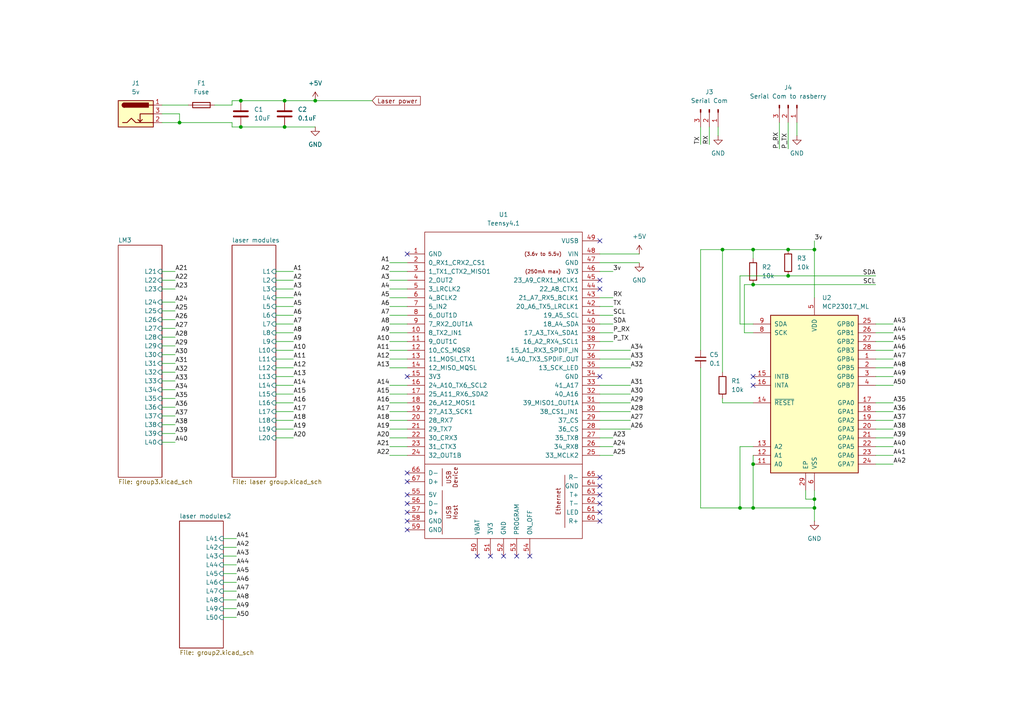
<source format=kicad_sch>
(kicad_sch (version 20250114) (generator "eeschema") (generator_version "9.0")
  (paper "A4")
  (lib_symbols
    (symbol "Connector:Barrel_Jack_Switch" (pin_names (hide yes))
      (property "Reference" "J" (at 0 5.334 0))
      (property "Value" "Barrel_Jack_Switch" (at 0 -5.08 0))
      (symbol "Barrel_Jack_Switch_0_1"
        (rectangle (start -5.08 3.81) (end 5.08 -3.81) (stroke (width 0.254)) (fill (type background)))
        (polyline (pts (xy -3.81 -2.54) (xy -2.54 -2.54) (xy -1.27 -1.27) (xy 0 -2.54) (xy 2.54 -2.54) (xy 5.08 -2.54)) (stroke (width 0.254)))
        (arc (start -3.302 1.905) (mid -3.9343 2.54) (end -3.302 3.175) (stroke (width 0.254)))
        (arc (start -3.302 1.905) (mid -3.9343 2.54) (end -3.302 3.175) (stroke (width 0.254)) (fill (type outline)))
        (polyline (pts (xy 1.27 -2.286) (xy 1.905 -1.651)) (stroke (width 0.254)))
        (rectangle (start 3.683 3.175) (end -3.302 1.905) (stroke (width 0.254)) (fill (type outline)))
        (polyline (pts (xy 5.08 2.54) (xy 3.81 2.54)) (stroke (width 0.254)))
        (polyline (pts (xy 5.08 0) (xy 1.27 0) (xy 1.27 -2.286) (xy 0.635 -1.651)) (stroke (width 0.254)))
      )
      (symbol "Barrel_Jack_Switch_1_1"
        (pin passive line (at 7.62 2.54 180) (length 2.54) (name "~") (number "1"))
        (pin passive line (at 7.62 0 180) (length 2.54) (name "~") (number "3"))
        (pin passive line (at 7.62 -2.54 180) (length 2.54) (name "~") (number "2"))
      )
    )
    (symbol "Connector:Conn_01x03_Pin" (pin_names (offset 1.016) (hide yes))
      (property "Reference" "J" (at 0 5.08 0))
      (property "Value" "Conn_01x03_Pin" (at 0 -5.08 0))
      (symbol "Conn_01x03_Pin_1_1"
        (rectangle (start 0.8636 2.667) (end 0 2.413) (stroke (width 0.1524)) (fill (type outline)))
        (rectangle (start 0.8636 0.127) (end 0 -0.127) (stroke (width 0.1524)) (fill (type outline)))
        (rectangle (start 0.8636 -2.413) (end 0 -2.667) (stroke (width 0.1524)) (fill (type outline)))
        (polyline (pts (xy 1.27 2.54) (xy 0.8636 2.54)) (stroke (width 0.1524)))
        (polyline (pts (xy 1.27 0) (xy 0.8636 0)) (stroke (width 0.1524)))
        (polyline (pts (xy 1.27 -2.54) (xy 0.8636 -2.54)) (stroke (width 0.1524)))
        (pin passive line (at 5.08 2.54 180) (length 3.81) (name "Pin_1") (number "1"))
        (pin passive line (at 5.08 0 180) (length 3.81) (name "Pin_2") (number "2"))
        (pin passive line (at 5.08 -2.54 180) (length 3.81) (name "Pin_3") (number "3"))
      )
    )
    (symbol "Device:C" (pin_numbers (hide yes)) (pin_names (offset 0.254))
      (property "Reference" "C" (at 0.635 2.54 0))
      (property "Value" "C" (at 0.635 -2.54 0))
      (symbol "C_0_1"
        (polyline (pts (xy -2.032 0.762) (xy 2.032 0.762)) (stroke (width 0.508)))
        (polyline (pts (xy -2.032 -0.762) (xy 2.032 -0.762)) (stroke (width 0.508)))
      )
      (symbol "C_1_1"
        (pin passive line (at 0 3.81 270) (length 2.794) (name "~") (number "1"))
        (pin passive line (at 0 -3.81 90) (length 2.794) (name "~") (number "2"))
      )
    )
    (symbol "Device:C_Small" (pin_numbers (hide yes)) (pin_names (offset 0.254) (hide yes))
      (property "Reference" "C" (at 0.254 1.778 0))
      (property "Value" "C_Small" (at 0.254 -2.032 0))
      (symbol "C_Small_0_1"
        (polyline (pts (xy -1.524 0.508) (xy 1.524 0.508)) (stroke (width 0.3048)))
        (polyline (pts (xy -1.524 -0.508) (xy 1.524 -0.508)) (stroke (width 0.3302)))
      )
      (symbol "C_Small_1_1"
        (pin passive line (at 0 2.54 270) (length 2.032) (name "~") (number "1"))
        (pin passive line (at 0 -2.54 90) (length 2.032) (name "~") (number "2"))
      )
    )
    (symbol "Device:Fuse" (pin_numbers (hide yes)) (pin_names (offset 0))
      (property "Reference" "F" (at 2.032 0 90))
      (property "Value" "Fuse" (at -1.905 0 90))
      (symbol "Fuse_0_1"
        (rectangle (start -0.762 -2.54) (end 0.762 2.54) (stroke (width 0.254)))
        (polyline (pts (xy 0 2.54) (xy 0 -2.54)))
      )
      (symbol "Fuse_1_1"
        (pin passive line (at 0 3.81 270) (length 1.27) (name "~") (number "1"))
        (pin passive line (at 0 -3.81 90) (length 1.27) (name "~") (number "2"))
      )
    )
    (symbol "Device:R" (pin_numbers (hide yes)) (pin_names (offset 0))
      (property "Reference" "R" (at 2.032 0 90))
      (property "Value" "R" (at 0 0 90))
      (symbol "R_0_1"
        (rectangle (start -1.016 -2.54) (end 1.016 2.54) (stroke (width 0.254)))
      )
      (symbol "R_1_1"
        (pin passive line (at 0 3.81 270) (length 1.27) (name "~") (number "1"))
        (pin passive line (at 0 -3.81 90) (length 1.27) (name "~") (number "2"))
      )
    )
    (symbol "Interface_Expansion:MCP23017_ML" (pin_names (offset 1.016))
      (property "Reference" "U" (at -11.43 24.13 0))
      (property "Value" "MCP23017_ML" (at 0 0 0))
      (symbol "MCP23017_ML_0_1"
        (rectangle (start -12.7 22.86) (end 12.7 -22.86) (stroke (width 0.254)) (fill (type background)))
      )
      (symbol "MCP23017_ML_1_1"
        (pin bidirectional line (at -17.78 20.32 0) (length 5.08) (name "SDA") (number "9"))
        (pin input line (at -17.78 17.78 0) (length 5.08) (name "SCK") (number "8"))
        (pin tri_state line (at -17.78 5.08 0) (length 5.08) (name "INTB") (number "15"))
        (pin tri_state line (at -17.78 2.54 0) (length 5.08) (name "INTA") (number "16"))
        (pin input line (at -17.78 -2.54 0) (length 5.08) (name "~{RESET}") (number "14"))
        (pin input line (at -17.78 -15.24 0) (length 5.08) (name "A2") (number "13"))
        (pin input line (at -17.78 -17.78 0) (length 5.08) (name "A1") (number "12"))
        (pin input line (at -17.78 -20.32 0) (length 5.08) (name "A0") (number "11"))
        (pin no_connect line (at -12.7 15.24 0) (length 5.08) (hide yes) (name "NC") (number "7"))
        (pin no_connect line (at -12.7 12.7 0) (length 5.08) (hide yes) (name "NC") (number "10"))
        (pin passive line (at -2.54 -27.94 90) (length 5.08) (name "EP") (number "29"))
        (pin power_in line (at 0 27.94 270) (length 5.08) (name "VDD") (number "5"))
        (pin power_in line (at 0 -27.94 90) (length 5.08) (name "VSS") (number "6"))
        (pin bidirectional line (at 17.78 20.32 180) (length 5.08) (name "GPB0") (number "25"))
        (pin bidirectional line (at 17.78 17.78 180) (length 5.08) (name "GPB1") (number "26"))
        (pin bidirectional line (at 17.78 15.24 180) (length 5.08) (name "GPB2") (number "27"))
        (pin bidirectional line (at 17.78 12.7 180) (length 5.08) (name "GPB3") (number "28"))
        (pin bidirectional line (at 17.78 10.16 180) (length 5.08) (name "GPB4") (number "1"))
        (pin bidirectional line (at 17.78 7.62 180) (length 5.08) (name "GPB5") (number "2"))
        (pin bidirectional line (at 17.78 5.08 180) (length 5.08) (name "GPB6") (number "3"))
        (pin bidirectional line (at 17.78 2.54 180) (length 5.08) (name "GPB7") (number "4"))
        (pin bidirectional line (at 17.78 -2.54 180) (length 5.08) (name "GPA0") (number "17"))
        (pin bidirectional line (at 17.78 -5.08 180) (length 5.08) (name "GPA1") (number "18"))
        (pin bidirectional line (at 17.78 -7.62 180) (length 5.08) (name "GPA2") (number "19"))
        (pin bidirectional line (at 17.78 -10.16 180) (length 5.08) (name "GPA3") (number "20"))
        (pin bidirectional line (at 17.78 -12.7 180) (length 5.08) (name "GPA4") (number "21"))
        (pin bidirectional line (at 17.78 -15.24 180) (length 5.08) (name "GPA5") (number "22"))
        (pin bidirectional line (at 17.78 -17.78 180) (length 5.08) (name "GPA6") (number "23"))
        (pin bidirectional line (at 17.78 -20.32 180) (length 5.08) (name "GPA7") (number "24"))
      )
    )
    (symbol "power:+5V" (power) (pin_numbers (hide yes)) (pin_names (offset 0) (hide yes))
      (property "Value" "+5V" (at 0 3.556 0))
      (symbol "+5V_0_1"
        (polyline (pts (xy -0.762 1.27) (xy 0 2.54)))
        (polyline (pts (xy 0 2.54) (xy 0.762 1.27)))
        (polyline (pts (xy 0 0) (xy 0 2.54)))
      )
      (symbol "+5V_1_1"
        (pin power_in line (at 0 0 90) (length 0) (name "~") (number "1"))
      )
    )
    (symbol "power:GND" (power) (pin_numbers (hide yes)) (pin_names (offset 0) (hide yes))
      (property "Value" "GND" (at 0 -3.81 0))
      (symbol "GND_0_1"
        (polyline (pts (xy 0 0) (xy 0 -1.27) (xy 1.27 -1.27) (xy 0 -2.54) (xy -1.27 -1.27) (xy 0 -1.27)))
      )
      (symbol "GND_1_1"
        (pin power_in line (at 0 0 270) (length 0) (name "~") (number "1"))
      )
    )
    (symbol "teensy:Teensy4.1" (pin_names (offset 1.016))
      (property "Reference" "U" (at 0 64.77 0))
      (property "Value" "Teensy4.1" (at 0 62.23 0))
      (symbol "Teensy4.1_0_0"
        (polyline (pts (xy -22.86 -6.35) (xy 22.86 -6.35)))
        (polyline (pts (xy -17.78 -7.62) (xy -17.78 -12.7)))
        (polyline (pts (xy -17.78 -26.67) (xy -17.78 -13.97)))
        (polyline (pts (xy 17.78 -9.525) (xy 17.78 -24.765)))
        (text "USB" (at -15.875 -10.16 900) (effects (font (size 1.27 1.27))))
        (text "USB" (at -15.875 -20.32 900) (effects (font (size 1.27 1.27))))
        (text "Device" (at -13.97 -10.16 900) (effects (font (size 1.27 1.27))))
        (text "Host" (at -13.97 -20.32 900) (effects (font (size 1.27 1.27))))
        (text "(3.6v to 5.5v)" (at 11.43 54.61 0) (effects (font (size 1.016 1.016))))
        (text "(250mA max)" (at 11.43 49.53 0) (effects (font (size 1.016 1.016))))
        (text "Ethernet" (at 15.875 -17.145 900) (effects (font (size 1.27 1.27))))
        (pin bidirectional line (at -27.94 44.45 0) (length 5.08) (name "3_LRCLK2") (number "5"))
        (pin bidirectional line (at -27.94 41.91 0) (length 5.08) (name "4_BCLK2") (number "6"))
        (pin bidirectional line (at -27.94 39.37 0) (length 5.08) (name "5_IN2") (number "7"))
        (pin bidirectional line (at -27.94 36.83 0) (length 5.08) (name "6_OUT1D") (number "8"))
        (pin bidirectional line (at -27.94 34.29 0) (length 5.08) (name "7_RX2_OUT1A") (number "9"))
        (pin bidirectional line (at -27.94 31.75 0) (length 5.08) (name "8_TX2_IN1") (number "10"))
        (pin bidirectional line (at -27.94 29.21 0) (length 5.08) (name "9_OUT1C") (number "11"))
        (pin bidirectional line (at -27.94 26.67 0) (length 5.08) (name "10_CS_MQSR") (number "12"))
        (pin bidirectional line (at -27.94 24.13 0) (length 5.08) (name "11_MOSI_CTX1") (number "13"))
        (pin bidirectional line (at -27.94 21.59 0) (length 5.08) (name "12_MISO_MQSL") (number "14"))
        (pin power_in line (at -27.94 19.05 0) (length 5.08) (name "3V3") (number "15"))
        (pin bidirectional line (at -27.94 16.51 0) (length 5.08) (name "24_A10_TX6_SCL2") (number "16"))
        (pin bidirectional line (at -27.94 13.97 0) (length 5.08) (name "25_A11_RX6_SDA2") (number "17"))
        (pin bidirectional line (at -27.94 11.43 0) (length 5.08) (name "26_A12_MOSI1") (number "18"))
        (pin bidirectional line (at -27.94 8.89 0) (length 5.08) (name "27_A13_SCK1") (number "19"))
        (pin bidirectional line (at -27.94 6.35 0) (length 5.08) (name "28_RX7") (number "20"))
        (pin bidirectional line (at -27.94 3.81 0) (length 5.08) (name "29_TX7") (number "21"))
        (pin bidirectional line (at -27.94 1.27 0) (length 5.08) (name "30_CRX3") (number "22"))
        (pin bidirectional line (at -27.94 -1.27 0) (length 5.08) (name "31_CTX3") (number "23"))
        (pin bidirectional line (at -27.94 -3.81 0) (length 5.08) (name "32_OUT1B") (number "24"))
        (pin bidirectional line (at -27.94 -8.89 0) (length 5.08) (name "D-") (number "66"))
        (pin bidirectional line (at -27.94 -11.43 0) (length 5.08) (name "D+") (number "67"))
        (pin power_out line (at -27.94 -15.24 0) (length 5.08) (name "5V") (number "55"))
        (pin bidirectional line (at -27.94 -17.78 0) (length 5.08) (name "D-") (number "56"))
        (pin bidirectional line (at -27.94 -20.32 0) (length 5.08) (name "D+") (number "57"))
        (pin power_in line (at -27.94 -22.86 0) (length 5.08) (name "GND") (number "58"))
        (pin power_in line (at -27.94 -25.4 0) (length 5.08) (name "GND") (number "59"))
        (pin power_in line (at -7.62 -33.02 90) (length 5.08) (name "VBAT") (number "50"))
        (pin power_in line (at -3.81 -33.02 90) (length 5.08) (name "3V3") (number "51"))
        (pin input line (at 0 -33.02 90) (length 5.08) (name "GND") (number "52"))
        (pin input line (at 3.81 -33.02 90) (length 5.08) (name "PROGRAM") (number "53"))
        (pin input line (at 7.62 -33.02 90) (length 5.08) (name "ON_OFF") (number "54"))
        (pin power_out line (at 27.94 58.42 180) (length 5.08) (name "VUSB") (number "49"))
        (pin power_in line (at 27.94 54.61 180) (length 5.08) (name "VIN") (number "48"))
        (pin output line (at 27.94 52.07 180) (length 5.08) (name "GND") (number "47"))
        (pin output line (at 27.94 49.53 180) (length 5.08) (name "3V3") (number "46"))
        (pin bidirectional line (at 27.94 46.99 180) (length 5.08) (name "23_A9_CRX1_MCLK1") (number "45"))
        (pin bidirectional line (at 27.94 44.45 180) (length 5.08) (name "22_A8_CTX1") (number "44"))
        (pin bidirectional line (at 27.94 41.91 180) (length 5.08) (name "21_A7_RX5_BCLK1") (number "43"))
        (pin bidirectional line (at 27.94 39.37 180) (length 5.08) (name "20_A6_TX5_LRCLK1") (number "42"))
        (pin bidirectional line (at 27.94 36.83 180) (length 5.08) (name "19_A5_SCL") (number "41"))
        (pin bidirectional line (at 27.94 34.29 180) (length 5.08) (name "18_A4_SDA") (number "40"))
        (pin bidirectional line (at 27.94 31.75 180) (length 5.08) (name "17_A3_TX4_SDA1") (number "39"))
        (pin bidirectional line (at 27.94 29.21 180) (length 5.08) (name "16_A2_RX4_SCL1") (number "38"))
        (pin bidirectional line (at 27.94 26.67 180) (length 5.08) (name "15_A1_RX3_SPDIF_IN") (number "37"))
        (pin bidirectional line (at 27.94 24.13 180) (length 5.08) (name "14_A0_TX3_SPDIF_OUT") (number "36"))
        (pin bidirectional line (at 27.94 21.59 180) (length 5.08) (name "13_SCK_LED") (number "35"))
        (pin bidirectional line (at 27.94 16.51 180) (length 5.08) (name "41_A17") (number "33"))
        (pin bidirectional line (at 27.94 13.97 180) (length 5.08) (name "40_A16") (number "32"))
        (pin bidirectional line (at 27.94 11.43 180) (length 5.08) (name "39_MISO1_OUT1A") (number "31"))
        (pin bidirectional line (at 27.94 8.89 180) (length 5.08) (name "38_CS1_IN1") (number "30"))
        (pin bidirectional line (at 27.94 6.35 180) (length 5.08) (name "37_CS") (number "29"))
        (pin bidirectional line (at 27.94 3.81 180) (length 5.08) (name "36_CS") (number "28"))
        (pin bidirectional line (at 27.94 1.27 180) (length 5.08) (name "35_TX8") (number "27"))
        (pin bidirectional line (at 27.94 -1.27 180) (length 5.08) (name "34_RX8") (number "26"))
        (pin bidirectional line (at 27.94 -3.81 180) (length 5.08) (name "33_MCLK2") (number "25"))
        (pin bidirectional line (at 27.94 -10.16 180) (length 5.08) (name "R-") (number "65"))
        (pin power_in line (at 27.94 -12.7 180) (length 5.08) (name "GND") (number "64"))
        (pin bidirectional line (at 27.94 -15.24 180) (length 5.08) (name "T+") (number "63"))
        (pin bidirectional line (at 27.94 -17.78 180) (length 5.08) (name "T-") (number "62"))
        (pin bidirectional line (at 27.94 -20.32 180) (length 5.08) (name "LED") (number "61"))
        (pin bidirectional line (at 27.94 -22.86 180) (length 5.08) (name "R+") (number "60"))
      )
      (symbol "Teensy4.1_0_1"
        (rectangle (start -22.86 60.96) (end 22.86 -27.94))
        (rectangle (start -20.32 -1.27) (end -20.32 -1.27))
      )
      (symbol "Teensy4.1_1_1"
        (pin power_in line (at -27.94 54.61 0) (length 5.08) (name "GND") (number "1"))
        (pin bidirectional line (at -27.94 52.07 0) (length 5.08) (name "0_RX1_CRX2_CS1") (number "2"))
        (pin bidirectional line (at -27.94 49.53 0) (length 5.08) (name "1_TX1_CTX2_MISO1") (number "3"))
        (pin bidirectional line (at -27.94 46.99 0) (length 5.08) (name "2_OUT2") (number "4"))
        (pin power_in line (at 27.94 19.05 180) (length 5.08) (name "GND") (number "34"))
      )
    )
  )
  (junction (at 218.44 82.55))
  (junction (at 218.44 134.62))
  (junction (at 209.55 72.39))
  (junction (at 228.6 72.39))
  (junction (at 69.85 36.83))
  (junction (at 218.44 147.32))
  (junction (at 82.55 29.21))
  (junction (at 218.44 72.39))
  (junction (at 236.22 72.39))
  (junction (at 91.44 29.21))
  (junction (at 236.22 147.32))
  (junction (at 228.6 80.01))
  (junction (at 236.22 144.78))
  (junction (at 214.63 147.32))
  (junction (at 69.85 29.21))
  (junction (at 52.07 35.56))
  (junction (at 82.55 36.83))
  (no_connect (at 118.11 151.13))
  (no_connect (at 173.99 151.13))
  (no_connect (at 173.99 146.05))
  (no_connect (at 146.05 161.29))
  (no_connect (at 173.99 83.82))
  (no_connect (at 173.99 138.43))
  (no_connect (at 142.24 161.29))
  (no_connect (at 173.99 69.85))
  (no_connect (at 218.44 111.76))
  (no_connect (at 173.99 81.28))
  (no_connect (at 118.11 153.67))
  (no_connect (at 118.11 137.16))
  (no_connect (at 118.11 146.05))
  (no_connect (at 173.99 143.51))
  (no_connect (at 153.67 161.29))
  (no_connect (at 138.43 161.29))
  (no_connect (at 218.44 109.22))
  (no_connect (at 173.99 140.97))
  (no_connect (at 118.11 148.59))
  (no_connect (at 173.99 148.59))
  (no_connect (at 118.11 109.22))
  (no_connect (at 173.99 109.22))
  (no_connect (at 149.86 161.29))
  (no_connect (at 118.11 139.7))
  (no_connect (at 118.11 73.66))
  (no_connect (at 118.11 143.51))
  (wire (pts (xy 113.03 129.54) (xy 118.11 129.54)))
  (wire (pts (xy 64.77 171.45) (xy 68.58 171.45)))
  (wire (pts (xy 67.31 36.83) (xy 69.85 36.83)))
  (wire (pts (xy 52.07 35.56) (xy 67.31 35.56)))
  (wire (pts (xy 173.99 127) (xy 177.8 127)))
  (wire (pts (xy 203.2 101.6) (xy 203.2 72.39)))
  (wire (pts (xy 64.77 173.99) (xy 68.58 173.99)))
  (wire (pts (xy 215.9 96.52) (xy 218.44 96.52)))
  (wire (pts (xy 80.01 99.06) (xy 85.09 99.06)))
  (wire (pts (xy 254 129.54) (xy 259.08 129.54)))
  (wire (pts (xy 113.03 93.98) (xy 118.11 93.98)))
  (wire (pts (xy 46.99 90.17) (xy 50.8 90.17)))
  (wire (pts (xy 64.77 158.75) (xy 68.58 158.75)))
  (wire (pts (xy 173.99 129.54) (xy 177.8 129.54)))
  (wire (pts (xy 218.44 82.55) (xy 215.9 82.55)))
  (wire (pts (xy 254 111.76) (xy 259.08 111.76)))
  (wire (pts (xy 254 101.6) (xy 259.08 101.6)))
  (wire (pts (xy 80.01 106.68) (xy 85.09 106.68)))
  (wire (pts (xy 173.99 88.9) (xy 177.8 88.9)))
  (wire (pts (xy 80.01 124.46) (xy 85.09 124.46)))
  (wire (pts (xy 82.55 29.21) (xy 91.44 29.21)))
  (wire (pts (xy 46.99 100.33) (xy 50.8 100.33)))
  (wire (pts (xy 173.99 99.06) (xy 177.8 99.06)))
  (wire (pts (xy 173.99 104.14) (xy 182.88 104.14)))
  (wire (pts (xy 218.44 132.08) (xy 218.44 134.62)))
  (wire (pts (xy 62.23 30.48) (xy 67.31 30.48)))
  (wire (pts (xy 64.77 163.83) (xy 68.58 163.83)))
  (wire (pts (xy 46.99 128.27) (xy 50.8 128.27)))
  (wire (pts (xy 113.03 106.68) (xy 118.11 106.68)))
  (wire (pts (xy 80.01 91.44) (xy 85.09 91.44)))
  (wire (pts (xy 46.99 107.95) (xy 50.8 107.95)))
  (wire (pts (xy 80.01 88.9) (xy 85.09 88.9)))
  (wire (pts (xy 236.22 144.78) (xy 236.22 147.32)))
  (wire (pts (xy 64.77 168.91) (xy 68.58 168.91)))
  (wire (pts (xy 254 93.98) (xy 259.08 93.98)))
  (wire (pts (xy 203.2 147.32) (xy 214.63 147.32)))
  (wire (pts (xy 46.99 33.02) (xy 52.07 33.02)))
  (wire (pts (xy 46.99 95.25) (xy 50.8 95.25)))
  (wire (pts (xy 80.01 101.6) (xy 85.09 101.6)))
  (wire (pts (xy 80.01 111.76) (xy 85.09 111.76)))
  (wire (pts (xy 236.22 69.85) (xy 236.22 72.39)))
  (wire (pts (xy 214.63 93.98) (xy 218.44 93.98)))
  (wire (pts (xy 254 119.38) (xy 259.08 119.38)))
  (wire (pts (xy 113.03 81.28) (xy 118.11 81.28)))
  (wire (pts (xy 67.31 30.48) (xy 67.31 29.21)))
  (wire (pts (xy 80.01 104.14) (xy 85.09 104.14)))
  (wire (pts (xy 113.03 132.08) (xy 118.11 132.08)))
  (wire (pts (xy 113.03 88.9) (xy 118.11 88.9)))
  (wire (pts (xy 82.55 36.83) (xy 91.44 36.83)))
  (wire (pts (xy 218.44 72.39) (xy 218.44 74.93)))
  (wire (pts (xy 254 106.68) (xy 259.08 106.68)))
  (wire (pts (xy 113.03 91.44) (xy 118.11 91.44)))
  (wire (pts (xy 209.55 116.84) (xy 218.44 116.84)))
  (wire (pts (xy 67.31 35.56) (xy 67.31 36.83)))
  (wire (pts (xy 80.01 121.92) (xy 85.09 121.92)))
  (wire (pts (xy 228.6 35.56) (xy 228.6 43.18)))
  (wire (pts (xy 236.22 142.24) (xy 236.22 144.78)))
  (wire (pts (xy 113.03 83.82) (xy 118.11 83.82)))
  (wire (pts (xy 80.01 127) (xy 85.09 127)))
  (wire (pts (xy 80.01 78.74) (xy 85.09 78.74)))
  (wire (pts (xy 113.03 104.14) (xy 118.11 104.14)))
  (wire (pts (xy 46.99 123.19) (xy 50.8 123.19)))
  (wire (pts (xy 218.44 134.62) (xy 218.44 147.32)))
  (wire (pts (xy 80.01 93.98) (xy 85.09 93.98)))
  (wire (pts (xy 254 82.55) (xy 218.44 82.55)))
  (wire (pts (xy 113.03 78.74) (xy 118.11 78.74)))
  (wire (pts (xy 67.31 29.21) (xy 69.85 29.21)))
  (wire (pts (xy 209.55 72.39) (xy 218.44 72.39)))
  (wire (pts (xy 233.68 144.78) (xy 236.22 144.78)))
  (wire (pts (xy 80.01 116.84) (xy 85.09 116.84)))
  (wire (pts (xy 64.77 161.29) (xy 68.58 161.29)))
  (wire (pts (xy 173.99 124.46) (xy 182.88 124.46)))
  (wire (pts (xy 254 127) (xy 259.08 127)))
  (wire (pts (xy 46.99 113.03) (xy 50.8 113.03)))
  (wire (pts (xy 215.9 82.55) (xy 215.9 96.52)))
  (wire (pts (xy 80.01 96.52) (xy 85.09 96.52)))
  (wire (pts (xy 214.63 80.01) (xy 214.63 93.98)))
  (wire (pts (xy 113.03 127) (xy 118.11 127)))
  (wire (pts (xy 113.03 119.38) (xy 118.11 119.38)))
  (wire (pts (xy 113.03 101.6) (xy 118.11 101.6)))
  (wire (pts (xy 203.2 36.83) (xy 203.2 41.91)))
  (wire (pts (xy 113.03 114.3) (xy 118.11 114.3)))
  (wire (pts (xy 173.99 119.38) (xy 182.88 119.38)))
  (wire (pts (xy 64.77 176.53) (xy 68.58 176.53)))
  (wire (pts (xy 254 96.52) (xy 259.08 96.52)))
  (wire (pts (xy 113.03 121.92) (xy 118.11 121.92)))
  (wire (pts (xy 254 109.22) (xy 259.08 109.22)))
  (wire (pts (xy 228.6 80.01) (xy 214.63 80.01)))
  (wire (pts (xy 64.77 166.37) (xy 68.58 166.37)))
  (wire (pts (xy 254 99.06) (xy 259.08 99.06)))
  (wire (pts (xy 46.99 87.63) (xy 50.8 87.63)))
  (wire (pts (xy 80.01 81.28) (xy 85.09 81.28)))
  (wire (pts (xy 173.99 73.66) (xy 185.42 73.66)))
  (wire (pts (xy 254 124.46) (xy 259.08 124.46)))
  (wire (pts (xy 228.6 72.39) (xy 236.22 72.39)))
  (wire (pts (xy 173.99 78.74) (xy 177.8 78.74)))
  (wire (pts (xy 214.63 147.32) (xy 218.44 147.32)))
  (wire (pts (xy 80.01 119.38) (xy 85.09 119.38)))
  (wire (pts (xy 46.99 30.48) (xy 54.61 30.48)))
  (wire (pts (xy 46.99 97.79) (xy 50.8 97.79)))
  (wire (pts (xy 46.99 105.41) (xy 50.8 105.41)))
  (wire (pts (xy 69.85 29.21) (xy 82.55 29.21)))
  (wire (pts (xy 254 104.14) (xy 259.08 104.14)))
  (wire (pts (xy 91.44 29.21) (xy 107.95 29.21)))
  (wire (pts (xy 80.01 109.22) (xy 85.09 109.22)))
  (wire (pts (xy 46.99 120.65) (xy 50.8 120.65)))
  (wire (pts (xy 80.01 83.82) (xy 85.09 83.82)))
  (wire (pts (xy 113.03 111.76) (xy 118.11 111.76)))
  (wire (pts (xy 46.99 115.57) (xy 50.8 115.57)))
  (wire (pts (xy 254 134.62) (xy 259.08 134.62)))
  (wire (pts (xy 226.06 35.56) (xy 226.06 43.18)))
  (wire (pts (xy 209.55 72.39) (xy 209.55 107.95)))
  (wire (pts (xy 203.2 72.39) (xy 209.55 72.39)))
  (wire (pts (xy 46.99 92.71) (xy 50.8 92.71)))
  (wire (pts (xy 64.77 179.07) (xy 68.58 179.07)))
  (wire (pts (xy 173.99 86.36) (xy 177.8 86.36)))
  (wire (pts (xy 254 132.08) (xy 259.08 132.08)))
  (wire (pts (xy 113.03 116.84) (xy 118.11 116.84)))
  (wire (pts (xy 218.44 129.54) (xy 214.63 129.54)))
  (wire (pts (xy 46.99 78.74) (xy 50.8 78.74)))
  (wire (pts (xy 173.99 91.44) (xy 177.8 91.44)))
  (wire (pts (xy 173.99 111.76) (xy 182.88 111.76)))
  (wire (pts (xy 214.63 129.54) (xy 214.63 147.32)))
  (wire (pts (xy 46.99 83.82) (xy 50.8 83.82)))
  (wire (pts (xy 173.99 114.3) (xy 182.88 114.3)))
  (wire (pts (xy 64.77 156.21) (xy 68.58 156.21)))
  (wire (pts (xy 113.03 76.2) (xy 118.11 76.2)))
  (wire (pts (xy 236.22 147.32) (xy 236.22 151.13)))
  (wire (pts (xy 236.22 72.39) (xy 236.22 86.36)))
  (wire (pts (xy 46.99 35.56) (xy 52.07 35.56)))
  (wire (pts (xy 113.03 86.36) (xy 118.11 86.36)))
  (wire (pts (xy 203.2 106.68) (xy 203.2 147.32)))
  (wire (pts (xy 46.99 125.73) (xy 50.8 125.73)))
  (wire (pts (xy 173.99 132.08) (xy 177.8 132.08)))
  (wire (pts (xy 113.03 124.46) (xy 118.11 124.46)))
  (wire (pts (xy 208.28 36.83) (xy 208.28 39.37)))
  (wire (pts (xy 173.99 116.84) (xy 182.88 116.84)))
  (wire (pts (xy 173.99 93.98) (xy 177.8 93.98)))
  (wire (pts (xy 233.68 142.24) (xy 233.68 144.78)))
  (wire (pts (xy 80.01 86.36) (xy 85.09 86.36)))
  (wire (pts (xy 52.07 33.02) (xy 52.07 35.56)))
  (wire (pts (xy 46.99 118.11) (xy 50.8 118.11)))
  (wire (pts (xy 173.99 106.68) (xy 182.88 106.68)))
  (wire (pts (xy 218.44 147.32) (xy 236.22 147.32)))
  (wire (pts (xy 173.99 96.52) (xy 177.8 96.52)))
  (wire (pts (xy 173.99 76.2) (xy 185.42 76.2)))
  (wire (pts (xy 218.44 72.39) (xy 228.6 72.39)))
  (wire (pts (xy 46.99 102.87) (xy 50.8 102.87)))
  (wire (pts (xy 80.01 114.3) (xy 85.09 114.3)))
  (wire (pts (xy 113.03 96.52) (xy 118.11 96.52)))
  (wire (pts (xy 46.99 110.49) (xy 50.8 110.49)))
  (wire (pts (xy 46.99 81.28) (xy 50.8 81.28)))
  (wire (pts (xy 173.99 121.92) (xy 182.88 121.92)))
  (wire (pts (xy 254 116.84) (xy 259.08 116.84)))
  (wire (pts (xy 254 121.92) (xy 259.08 121.92)))
  (wire (pts (xy 209.55 115.57) (xy 209.55 116.84)))
  (wire (pts (xy 113.03 99.06) (xy 118.11 99.06)))
  (wire (pts (xy 228.6 80.01) (xy 254 80.01)))
  (wire (pts (xy 205.74 36.83) (xy 205.74 41.91)))
  (wire (pts (xy 69.85 36.83) (xy 82.55 36.83)))
  (wire (pts (xy 231.14 35.56) (xy 231.14 39.37)))
  (wire (pts (xy 173.99 101.6) (xy 182.88 101.6)))
  (label "A22" (at 50.8 81.28 0))
  (label "A48" (at 68.58 173.99 0))
  (label "RX" (at 205.74 41.91 90))
  (label "A50" (at 68.58 179.07 0))
  (label "A8" (at 113.03 93.98 180))
  (label "A13" (at 113.03 106.68 180))
  (label "A46" (at 259.08 101.6 0))
  (label "A38" (at 50.8 123.19 0))
  (label "RX" (at 177.8 86.36 0))
  (label "A27" (at 182.88 121.92 0))
  (label "A12" (at 113.03 104.14 180))
  (label "A33" (at 182.88 104.14 0))
  (label "A18" (at 113.03 121.92 180))
  (label "A11" (at 85.09 104.14 0))
  (label "A35" (at 259.08 116.84 0))
  (label "A19" (at 85.09 124.46 0))
  (label "A48" (at 259.08 106.68 0))
  (label "A12" (at 85.09 106.68 0))
  (label "A13" (at 85.09 109.22 0))
  (label "A26" (at 182.88 124.46 0))
  (label "A24" (at 177.8 129.54 0))
  (label "A20" (at 85.09 127 0))
  (label "A11" (at 113.03 101.6 180))
  (label "A24" (at 50.8 87.63 0))
  (label "A16" (at 113.03 116.84 180))
  (label "A22" (at 113.03 132.08 180))
  (label "A41" (at 259.08 132.08 0))
  (label "A25" (at 177.8 132.08 0))
  (label "SDA" (at 254 80.01 180))
  (label "A1" (at 85.09 78.74 0))
  (label "P_TX" (at 177.8 99.06 0))
  (label "P_RX" (at 226.06 43.18 90))
  (label "A42" (at 259.08 134.62 0))
  (label "A14" (at 85.09 111.76 0))
  (label "A32" (at 50.8 107.95 0))
  (label "TX" (at 203.2 41.91 90))
  (label "A43" (at 259.08 93.98 0))
  (label "A17" (at 113.03 119.38 180))
  (label "A23" (at 50.8 83.82 0))
  (label "A45" (at 259.08 99.06 0))
  (label "A26" (at 50.8 92.71 0))
  (label "SCL" (at 177.8 91.44 0))
  (label "A8" (at 85.09 96.52 0))
  (label "A35" (at 50.8 115.57 0))
  (label "A9" (at 85.09 99.06 0))
  (label "A28" (at 182.88 119.38 0))
  (label "A10" (at 85.09 101.6 0))
  (label "P_RX" (at 177.8 96.52 0))
  (label "A49" (at 259.08 109.22 0))
  (label "A39" (at 50.8 125.73 0))
  (label "A30" (at 182.88 114.3 0))
  (label "A33" (at 50.8 110.49 0))
  (label "3v" (at 236.22 69.85 0))
  (label "A7" (at 113.03 91.44 180))
  (label "A21" (at 50.8 78.74 0))
  (label "A44" (at 259.08 96.52 0))
  (label "A14" (at 113.03 111.76 180))
  (label "A36" (at 259.08 119.38 0))
  (label "A29" (at 182.88 116.84 0))
  (label "SDA" (at 177.8 93.98 0))
  (label "A36" (at 50.8 118.11 0))
  (label "A39" (at 259.08 127 0))
  (label "TX" (at 177.8 88.9 0))
  (label "A21" (at 113.03 129.54 180))
  (label "A47" (at 259.08 104.14 0))
  (label "A18" (at 85.09 121.92 0))
  (label "A3" (at 85.09 83.82 0))
  (label "A3" (at 113.03 81.28 180))
  (label "A27" (at 50.8 95.25 0))
  (label "A17" (at 85.09 119.38 0))
  (label "A25" (at 50.8 90.17 0))
  (label "A45" (at 68.58 166.37 0))
  (label "A43" (at 68.58 161.29 0))
  (label "A37" (at 259.08 121.92 0))
  (label "A7" (at 85.09 93.98 0))
  (label "A44" (at 68.58 163.83 0))
  (label "A1" (at 113.03 76.2 180))
  (label "A6" (at 113.03 88.9 180))
  (label "A41" (at 68.58 156.21 0))
  (label "A50" (at 259.08 111.76 0))
  (label "SCL" (at 254 82.55 180))
  (label "A5" (at 113.03 86.36 180))
  (label "A19" (at 113.03 124.46 180))
  (label "A31" (at 182.88 111.76 0))
  (label "A20" (at 113.03 127 180))
  (label "A9" (at 113.03 96.52 180))
  (label "A29" (at 50.8 100.33 0))
  (label "A34" (at 50.8 113.03 0))
  (label "A32" (at 182.88 106.68 0))
  (label "P_TX" (at 228.6 43.18 90))
  (label "A34" (at 182.88 101.6 0))
  (label "A46" (at 68.58 168.91 0))
  (label "A38" (at 259.08 124.46 0))
  (label "A40" (at 259.08 129.54 0))
  (label "A4" (at 85.09 86.36 0))
  (label "A10" (at 113.03 99.06 180))
  (label "A16" (at 85.09 116.84 0))
  (label "A42" (at 68.58 158.75 0))
  (label "A15" (at 85.09 114.3 0))
  (label "A5" (at 85.09 88.9 0))
  (label "A37" (at 50.8 120.65 0))
  (label "A31" (at 50.8 105.41 0))
  (label "A47" (at 68.58 171.45 0))
  (label "A30" (at 50.8 102.87 0))
  (label "A28" (at 50.8 97.79 0))
  (label "A2" (at 85.09 81.28 0))
  (label "3v" (at 177.8 78.74 0))
  (label "A49" (at 68.58 176.53 0))
  (label "A23" (at 177.8 127 0))
  (label "A2" (at 113.03 78.74 180))
  (label "A6" (at 85.09 91.44 0))
  (label "A40" (at 50.8 128.27 0))
  (label "A4" (at 113.03 83.82 180))
  (label "A15" (at 113.03 114.3 180))
  (global_label "Laser power" (shape input) (at 107.95 29.21 0) (property "Intersheetrefs" "${INTERSHEET_REFS}" (effects (hide yes))))
  (symbol (lib_id "power:GND") (at 231.14 39.37 0) (unit 1)
    (property "Reference" "#PWR01" (effects (hide yes)))
    (property "Value" "GND" (at 231.14 44.45 0))
    (property "Description" "Power symbol creates a global label with name \"GND\" , ground" (effects (hide yes)))
  )
  (symbol (lib_id "Device:R") (at 209.55 111.76 0) (unit 1)
    (property "Reference" "R1" (at 212.09 110.4899 0) (effects (justify left)))
    (property "Value" "10k" (at 212.09 113.0299 0) (effects (justify left)))
    (property "Footprint" "Resistor_SMD:R_0603_1608Metric" (effects (hide yes)))
    (property "Description" "Resistor" (effects (hide yes)))
  )
  (symbol (lib_id "Device:C") (at 82.55 33.02 0) (unit 1)
    (property "Reference" "C2" (at 86.36 31.7499 0) (effects (justify left)))
    (property "Value" "0.1uF" (at 86.36 34.2899 0) (effects (justify left)))
    (property "Footprint" "Capacitor_SMD:C_0603_1608Metric" (effects (hide yes)))
    (property "Description" "Unpolarized capacitor" (effects (hide yes)))
  )
  (symbol (lib_id "power:GND") (at 236.22 151.13 0) (unit 1)
    (property "Reference" "#PWR0110" (effects (hide yes)))
    (property "Value" "GND" (at 236.22 156.21 0))
    (property "Description" "Power symbol creates a global label with name \"GND\" , ground" (effects (hide yes)))
  )
  (symbol (lib_id "Connector:Conn_01x03_Pin") (at 228.6 30.48 270) (unit 1)
    (property "Reference" "J4" (at 228.6 25.4 90))
    (property "Value" "Serial Com to rasberry" (at 228.6 27.94 90))
    (property "Footprint" "Connector_JST:JST_XH_B3B-XH-A_1x03_P2.50mm_Vertical" (effects (hide yes)))
    (property "Description" "Generic connector, single row, 01x03, script generated" (effects (hide yes)))
  )
  (symbol (lib_id "power:+5V") (at 91.44 29.21 0) (mirror y) (unit 1)
    (property "Reference" "#PWR0101" (effects (hide yes)))
    (property "Value" "+5V" (at 91.44 24.13 0))
    (property "Description" "Power symbol creates a global label with name \"+5V\"" (effects (hide yes)))
  )
  (symbol (lib_id "power:+5V") (at 185.42 73.66 0) (unit 1)
    (property "Reference" "#PWR0106" (effects (hide yes)))
    (property "Value" "+5V" (at 185.42 68.58 0))
    (property "Description" "Power symbol creates a global label with name \"+5V\"" (effects (hide yes)))
  )
  (symbol (lib_id "Device:Fuse") (at 58.42 30.48 90) (unit 1)
    (property "Reference" "F1" (at 58.42 24.13 90))
    (property "Value" "Fuse" (at 58.42 26.67 90))
    (property "Footprint" "Fuse:Fuse_0603_1608Metric" (effects (hide yes)))
    (property "Description" "Fuse" (effects (hide yes)))
  )
  (symbol (lib_id "teensy:Teensy4.1") (at 146.05 128.27 0) (unit 1)
    (property "Reference" "U1" (at 146.05 62.23 0))
    (property "Value" "Teensy4.1" (at 146.05 64.77 0))
    (property "Footprint" "teensy.pretty-master:Teensy41" (effects (hide yes)))
  )
  (symbol (lib_id "power:GND") (at 91.44 36.83 0) (unit 1)
    (property "Reference" "#PWR0102" (effects (hide yes)))
    (property "Value" "GND" (at 91.44 41.91 0))
    (property "Description" "Power symbol creates a global label with name \"GND\" , ground" (effects (hide yes)))
  )
  (symbol (lib_id "Interface_Expansion:MCP23017_ML") (at 236.22 114.3 0) (unit 1)
    (property "Reference" "U2" (at 238.4141 86.36 0) (effects (justify left)))
    (property "Value" "MCP23017_ML" (at 238.4141 88.9 0) (effects (justify left)))
    (property "Footprint" "Package_DFN_QFN:QFN-28-1EP_6x6mm_P0.65mm_EP4.25x4.25mm" (effects (hide yes)))
    (property "Datasheet" "http://ww1.microchip.com/downloads/en/DeviceDoc/20001952C.pdf" (effects (hide yes)))
    (property "Description" "16-bit I/O expander, I2C, interrupts, w pull-ups, QFN-28" (effects (hide yes)))
  )
  (symbol (lib_id "Connector:Barrel_Jack_Switch") (at 39.37 33.02 0) (unit 1)
    (property "Reference" "J1" (at 39.37 24.13 0))
    (property "Value" "5v" (at 39.37 26.67 0))
    (property "Footprint" "Connector_Molex:Molex_KK-254_AE-6410-02A_1x02_P2.54mm_Vertical" (effects (hide yes)))
    (property "Description" "DC Barrel Jack with an internal switch" (effects (hide yes)))
  )
  (symbol (lib_id "Connector:Conn_01x03_Pin") (at 205.74 31.75 270) (unit 1)
    (property "Reference" "J3" (at 205.74 26.67 90))
    (property "Value" "Serial Com" (at 205.74 29.21 90))
    (property "Footprint" "Connector_JST:JST_XH_B3B-XH-A_1x03_P2.50mm_Vertical" (effects (hide yes)))
    (property "Description" "Generic connector, single row, 01x03, script generated" (effects (hide yes)))
  )
  (symbol (lib_id "Device:R") (at 218.44 78.74 0) (unit 1)
    (property "Reference" "R2" (at 220.98 77.4699 0) (effects (justify left)))
    (property "Value" "10k" (at 220.98 80.0099 0) (effects (justify left)))
    (property "Footprint" "Resistor_SMD:R_0603_1608Metric" (effects (hide yes)))
    (property "Description" "Resistor" (effects (hide yes)))
  )
  (symbol (lib_id "Device:C_Small") (at 203.2 104.14 0) (unit 1)
    (property "Reference" "C5" (at 205.74 102.8762 0) (effects (justify left)))
    (property "Value" "0.1" (at 205.74 105.4162 0) (effects (justify left)))
    (property "Footprint" "Capacitor_SMD:C_0603_1608Metric" (effects (hide yes)))
    (property "Description" "Unpolarized capacitor, small symbol" (effects (hide yes)))
  )
  (symbol (lib_id "Device:R") (at 228.6 76.2 0) (unit 1)
    (property "Reference" "R3" (at 231.14 74.9299 0) (effects (justify left)))
    (property "Value" "10k" (at 231.14 77.4699 0) (effects (justify left)))
    (property "Footprint" "Resistor_SMD:R_0603_1608Metric" (effects (hide yes)))
    (property "Description" "Resistor" (effects (hide yes)))
  )
  (symbol (lib_id "Device:C") (at 69.85 33.02 0) (unit 1)
    (property "Reference" "C1" (at 73.66 31.7499 0) (effects (justify left)))
    (property "Value" "10uF" (at 73.66 34.2899 0) (effects (justify left)))
    (property "Footprint" "Capacitor_SMD:C_0603_1608Metric" (effects (hide yes)))
    (property "Description" "Unpolarized capacitor" (effects (hide yes)))
  )
  (symbol (lib_id "power:GND") (at 185.42 76.2 0) (unit 1)
    (property "Reference" "#PWR0105" (effects (hide yes)))
    (property "Value" "GND" (at 185.42 81.28 0))
    (property "Description" "Power symbol creates a global label with name \"GND\" , ground" (effects (hide yes)))
  )
  (symbol (lib_id "power:GND") (at 208.28 39.37 0) (unit 1)
    (property "Reference" "#PWR0107" (effects (hide yes)))
    (property "Value" "GND" (at 208.28 44.45 0))
    (property "Description" "Power symbol creates a global label with name \"GND\" , ground" (effects (hide yes)))
  )
  (sheet (at 52.07 151.13) (size 12.7 36.83) (stroke (width 0.1524))
    (property "Sheetname" "laser modules2" (at 52.07 150.4184 0) (effects (justify left bottom)))
    (property "Sheetfile" "group2.kicad_sch" (at 52.07 188.5446 0) (effects (justify left top)))
    (pin "L46" input (at 64.77 168.91 0))
    (pin "L45" input (at 64.77 166.37 0))
    (pin "L42" input (at 64.77 158.75 0))
    (pin "L44" input (at 64.77 163.83 0))
    (pin "L41" input (at 64.77 156.21 0))
    (pin "L43" input (at 64.77 161.29 0))
    (pin "L47" input (at 64.77 171.45 0))
    (pin "L49" input (at 64.77 176.53 0))
    (pin "L50" input (at 64.77 179.07 0))
    (pin "L48" input (at 64.77 173.99 0))
  )
  (sheet (at 67.31 71.12) (size 12.7 67.31) (stroke (width 0.1524))
    (property "Sheetname" "laser modules" (at 67.31 70.4084 0) (effects (justify left bottom)))
    (property "Sheetfile" "laser group.kicad_sch" (at 67.31 139.0146 0) (effects (justify left top)))
    (pin "L7" input (at 80.01 93.98 0))
    (pin "L4" input (at 80.01 86.36 0))
    (pin "L1" input (at 80.01 78.74 0))
    (pin "L2" input (at 80.01 81.28 0))
    (pin "L3" input (at 80.01 83.82 0))
    (pin "L8" input (at 80.01 96.52 0))
    (pin "L9" input (at 80.01 99.06 0))
    (pin "L5" input (at 80.01 88.9 0))
    (pin "L6" input (at 80.01 91.44 0))
    (pin "L17" input (at 80.01 119.38 0))
    (pin "L16" input (at 80.01 116.84 0))
    (pin "L13" input (at 80.01 109.22 0))
    (pin "L10" input (at 80.01 101.6 0))
    (pin "L11" input (at 80.01 104.14 0))
    (pin "L12" input (at 80.01 106.68 0))
    (pin "L18" input (at 80.01 121.92 0))
    (pin "L15" input (at 80.01 114.3 0))
    (pin "L14" input (at 80.01 111.76 0))
    (pin "L19" input (at 80.01 124.46 0))
    (pin "L20" input (at 80.01 127 0))
  )
  (sheet (at 34.29 71.12) (size 12.7 67.31) (stroke (width 0.1524))
    (property "Sheetname" "LM3" (at 34.29 70.4084 0) (effects (justify left bottom)))
    (property "Sheetfile" "group3.kicad_sch" (at 34.29 139.0146 0) (effects (justify left top)))
    (pin "L38" input (at 46.99 123.19 0))
    (pin "L37" input (at 46.99 120.65 0))
    (pin "L39" input (at 46.99 125.73 0))
    (pin "L40" input (at 46.99 128.27 0))
    (pin "L34" input (at 46.99 113.03 0))
    (pin "L35" input (at 46.99 115.57 0))
    (pin "L36" input (at 46.99 118.11 0))
    (pin "L32" input (at 46.99 107.95 0))
    (pin "L33" input (at 46.99 110.49 0))
    (pin "L29" input (at 46.99 100.33 0))
    (pin "L30" input (at 46.99 102.87 0))
    (pin "L31" input (at 46.99 105.41 0))
    (pin "L26" input (at 46.99 92.71 0))
    (pin "L28" input (at 46.99 97.79 0))
    (pin "L27" input (at 46.99 95.25 0))
    (pin "L22" input (at 46.99 81.28 0))
    (pin "L21" input (at 46.99 78.74 0))
    (pin "L25" input (at 46.99 90.17 0))
    (pin "L23" input (at 46.99 83.82 0))
    (pin "L24" input (at 46.99 87.63 0))
  )
)
</source>
